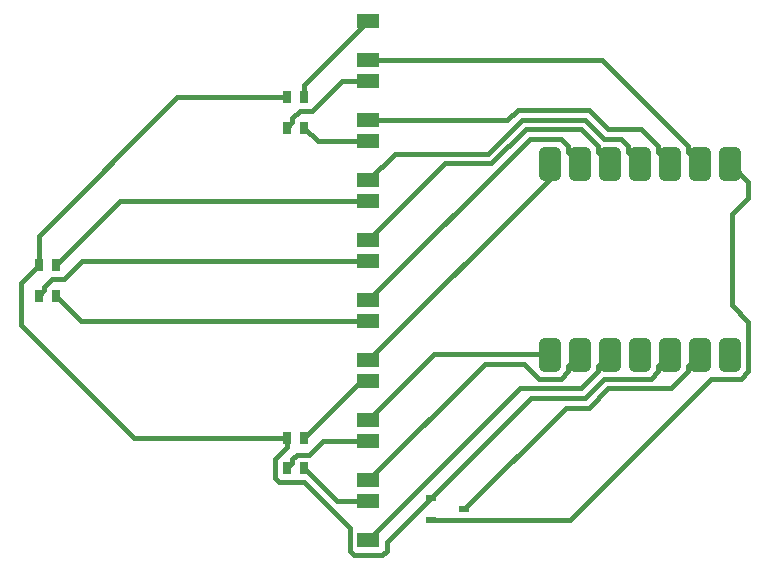
<source format=gbr>
G04 EAGLE Gerber RS-274X export*
G75*
%MOMM*%
%FSLAX34Y34*%
%LPD*%
%INTop Copper*%
%IPPOS*%
%AMOC8*
5,1,8,0,0,1.08239X$1,22.5*%
G01*
G04 Define Apertures*
%ADD10R,0.800000X1.100000*%
%ADD11R,1.905000X1.270000*%
%ADD12C,0.952500*%
%ADD13R,0.900000X0.600000*%
%ADD14C,0.406400*%
D10*
X305100Y532600D03*
X320100Y532600D03*
X320100Y506600D03*
X305100Y506600D03*
X95100Y390200D03*
X110100Y390200D03*
X110100Y364200D03*
X95100Y364200D03*
X305100Y244300D03*
X320100Y244300D03*
X320100Y218300D03*
X305100Y218300D03*
D11*
X374200Y563890D03*
X374200Y596910D03*
X374200Y513090D03*
X374200Y546110D03*
X374200Y462290D03*
X374200Y495310D03*
X374200Y411490D03*
X374200Y444510D03*
X374200Y360690D03*
X374200Y393710D03*
X374200Y309890D03*
X374200Y342910D03*
X374200Y259090D03*
X374200Y292110D03*
X374200Y208290D03*
X374200Y241310D03*
X374200Y157490D03*
X374200Y190510D03*
D12*
X523008Y466728D02*
X523008Y486414D01*
X532534Y486414D01*
X532534Y466728D01*
X523008Y466728D01*
X523008Y475777D02*
X532534Y475777D01*
X532534Y484826D02*
X523008Y484826D01*
X548408Y486414D02*
X548408Y466728D01*
X548408Y486414D02*
X557934Y486414D01*
X557934Y466728D01*
X548408Y466728D01*
X548408Y475777D02*
X557934Y475777D01*
X557934Y484826D02*
X548408Y484826D01*
X573808Y486414D02*
X573808Y466728D01*
X573808Y486414D02*
X583334Y486414D01*
X583334Y466728D01*
X573808Y466728D01*
X573808Y475777D02*
X583334Y475777D01*
X583334Y484826D02*
X573808Y484826D01*
X599208Y486414D02*
X599208Y466728D01*
X599208Y486414D02*
X608734Y486414D01*
X608734Y466728D01*
X599208Y466728D01*
X599208Y475777D02*
X608734Y475777D01*
X608734Y484826D02*
X599208Y484826D01*
X624608Y486414D02*
X624608Y466728D01*
X624608Y486414D02*
X634134Y486414D01*
X634134Y466728D01*
X624608Y466728D01*
X624608Y475777D02*
X634134Y475777D01*
X634134Y484826D02*
X624608Y484826D01*
X650008Y486414D02*
X650008Y466728D01*
X650008Y486414D02*
X659534Y486414D01*
X659534Y466728D01*
X650008Y466728D01*
X650008Y475777D02*
X659534Y475777D01*
X659534Y484826D02*
X650008Y484826D01*
X675408Y486414D02*
X675408Y466728D01*
X675408Y486414D02*
X684934Y486414D01*
X684934Y466728D01*
X675408Y466728D01*
X675408Y475777D02*
X684934Y475777D01*
X684934Y484826D02*
X675408Y484826D01*
X523008Y324764D02*
X523008Y305078D01*
X523008Y324764D02*
X532534Y324764D01*
X532534Y305078D01*
X523008Y305078D01*
X523008Y314127D02*
X532534Y314127D01*
X532534Y323176D02*
X523008Y323176D01*
X548408Y324764D02*
X548408Y305078D01*
X548408Y324764D02*
X557934Y324764D01*
X557934Y305078D01*
X548408Y305078D01*
X548408Y314127D02*
X557934Y314127D01*
X557934Y323176D02*
X548408Y323176D01*
X573808Y324764D02*
X573808Y305078D01*
X573808Y324764D02*
X583334Y324764D01*
X583334Y305078D01*
X573808Y305078D01*
X573808Y314127D02*
X583334Y314127D01*
X583334Y323176D02*
X573808Y323176D01*
X599208Y324764D02*
X599208Y305078D01*
X599208Y324764D02*
X608734Y324764D01*
X608734Y305078D01*
X599208Y305078D01*
X599208Y314127D02*
X608734Y314127D01*
X608734Y323176D02*
X599208Y323176D01*
X624608Y324764D02*
X624608Y305078D01*
X624608Y324764D02*
X634134Y324764D01*
X634134Y305078D01*
X624608Y305078D01*
X624608Y314127D02*
X634134Y314127D01*
X634134Y323176D02*
X624608Y323176D01*
X650008Y324764D02*
X650008Y305078D01*
X650008Y324764D02*
X659534Y324764D01*
X659534Y305078D01*
X650008Y305078D01*
X650008Y314127D02*
X659534Y314127D01*
X659534Y323176D02*
X650008Y323176D01*
X675408Y324764D02*
X675408Y305078D01*
X675408Y324764D02*
X684934Y324764D01*
X684934Y305078D01*
X675408Y305078D01*
X675408Y314127D02*
X684934Y314127D01*
X684934Y323176D02*
X675408Y323176D01*
D13*
X427700Y193700D03*
X427700Y174700D03*
X455700Y184200D03*
D14*
X427700Y174700D02*
X544700Y174700D01*
X689431Y294220D02*
X695792Y300581D01*
X664220Y294220D02*
X544700Y174700D01*
X664220Y294220D02*
X689431Y294220D01*
X695792Y460950D02*
X680171Y476571D01*
X695792Y342713D02*
X695792Y300581D01*
X681872Y433367D02*
X695792Y447287D01*
X695792Y460950D01*
X681872Y356633D02*
X695792Y342713D01*
X681872Y356633D02*
X681872Y433367D01*
X541336Y269836D02*
X455700Y184200D01*
X541336Y269836D02*
X561037Y269836D01*
X577293Y286092D01*
X644992Y300581D02*
X644992Y305142D01*
X654771Y314921D01*
X630503Y286092D02*
X577293Y286092D01*
X630503Y286092D02*
X644992Y300581D01*
X502802Y286092D02*
X374200Y157490D01*
X568792Y300581D02*
X568792Y305142D01*
X578571Y314921D01*
X554303Y286092D02*
X502802Y286092D01*
X554303Y286092D02*
X568792Y300581D01*
X164410Y444510D02*
X110100Y390200D01*
X164410Y444510D02*
X374200Y444510D01*
X100004Y369104D02*
X95100Y364200D01*
X100004Y369104D02*
X100004Y372225D01*
X131731Y393710D02*
X374200Y393710D01*
X131731Y393710D02*
X116625Y378604D01*
X106383Y378604D02*
X100004Y372225D01*
X106383Y378604D02*
X116625Y378604D01*
X110100Y364200D02*
X131390Y342910D01*
X374200Y342910D01*
X644992Y486350D02*
X644992Y490911D01*
X644992Y486350D02*
X654771Y476571D01*
X572013Y563890D02*
X374200Y563890D01*
X572013Y563890D02*
X644992Y490911D01*
X492116Y513090D02*
X374200Y513090D01*
X492116Y513090D02*
X500682Y521656D01*
X561037Y521656D01*
X577293Y505400D01*
X619592Y490911D02*
X619592Y486350D01*
X629371Y476571D01*
X605103Y505400D02*
X577293Y505400D01*
X605103Y505400D02*
X619592Y490911D01*
X504049Y513528D02*
X475220Y484699D01*
X504049Y513528D02*
X557670Y513528D01*
X573926Y497272D01*
X587831Y497272D01*
X594192Y490911D01*
X594192Y486350D01*
X603971Y476571D01*
X396609Y484699D02*
X374200Y462290D01*
X396609Y484699D02*
X475220Y484699D01*
X439281Y476571D02*
X374200Y411490D01*
X439281Y476571D02*
X478586Y476571D01*
X507415Y505400D01*
X568792Y490911D02*
X568792Y486350D01*
X578571Y476571D01*
X554303Y505400D02*
X507415Y505400D01*
X554303Y505400D02*
X568792Y490911D01*
X543392Y490911D02*
X537031Y497272D01*
X543392Y490911D02*
X543392Y486350D01*
X553171Y476571D01*
X510782Y497272D02*
X374200Y360690D01*
X510782Y497272D02*
X537031Y497272D01*
X527771Y463461D02*
X374200Y309890D01*
X527771Y463461D02*
X527771Y476571D01*
X430031Y314921D02*
X374200Y259090D01*
X430031Y314921D02*
X527771Y314921D01*
X305100Y244300D02*
X175700Y244300D01*
X80000Y340000D01*
X80000Y375100D01*
X95100Y390200D01*
X95100Y415100D01*
X212600Y532600D01*
X305100Y532600D01*
X295004Y226325D02*
X295004Y210275D01*
X298575Y206704D01*
X358579Y148615D02*
X362150Y145044D01*
X320201Y206704D02*
X298575Y206704D01*
X305100Y236421D02*
X305100Y244300D01*
X305100Y236421D02*
X295004Y226325D01*
X358579Y168326D02*
X358579Y148615D01*
X358579Y168326D02*
X320201Y206704D01*
X362150Y145044D02*
X386250Y145044D01*
X389821Y148615D01*
X389821Y155821D01*
X427700Y193700D01*
X511964Y277964D01*
X557670Y277964D01*
X573926Y294220D01*
X613231Y294220D02*
X619592Y300581D01*
X619592Y305142D01*
X629371Y314921D01*
X613231Y294220D02*
X573926Y294220D01*
X320100Y532600D02*
X320100Y542810D01*
X374200Y596910D01*
X310004Y511504D02*
X305100Y506600D01*
X310004Y511504D02*
X310004Y514625D01*
X351731Y546110D02*
X374200Y546110D01*
X351731Y546110D02*
X326625Y521004D01*
X316383Y521004D02*
X310004Y514625D01*
X316383Y521004D02*
X326625Y521004D01*
X320100Y506600D02*
X331390Y495310D01*
X374200Y495310D01*
X367910Y292110D02*
X320100Y244300D01*
X367910Y292110D02*
X374200Y292110D01*
X310004Y223204D02*
X305100Y218300D01*
X310004Y226325D02*
X313575Y229896D01*
X310004Y226325D02*
X310004Y223204D01*
X313575Y229896D02*
X324265Y229896D01*
X335679Y241310D02*
X374200Y241310D01*
X335679Y241310D02*
X324265Y229896D01*
X320100Y218300D02*
X347890Y190510D01*
X374200Y190510D01*
X374200Y208290D02*
X472703Y306793D01*
X518511Y294220D02*
X537031Y294220D01*
X543392Y300581D01*
X505938Y306793D02*
X472703Y306793D01*
X543392Y305142D02*
X543392Y300581D01*
X543392Y305142D02*
X553171Y314921D01*
X518511Y294220D02*
X505938Y306793D01*
M02*

</source>
